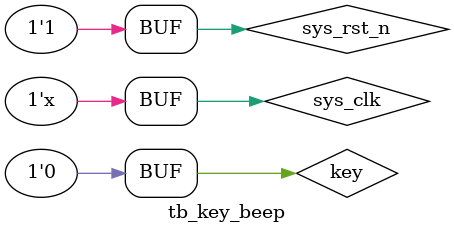
<source format=v>
`timescale 1ns / 1ps


module tb_key_beep();

reg sys_clk;
reg sys_rst_n;
reg key;

wire beep; 

top_key_beep u_top_key_beep(
	.sys_clk 	(sys_clk),
	.sys_rst_n 	(sys_rst_n),
	.key		(key),
	.beep		(beep)
);

initial begin
	sys_clk = 1'b0;
	sys_rst_n = 1'b0;
	key = 1'b1;
	
	#60 sys_rst_n = 1'b1;
	#40 key = 1'b0;
	#100 key = 1'b1;
	#40 key = 1'b0;
	#100 key = 1'b1;
	#40 key = 1'b0;
	#100 key = 1'b1;
	
	key = 1'b1;
	
	# 200 key = 1'b0;
end

always #10 sys_clk=~sys_clk;

endmodule

</source>
